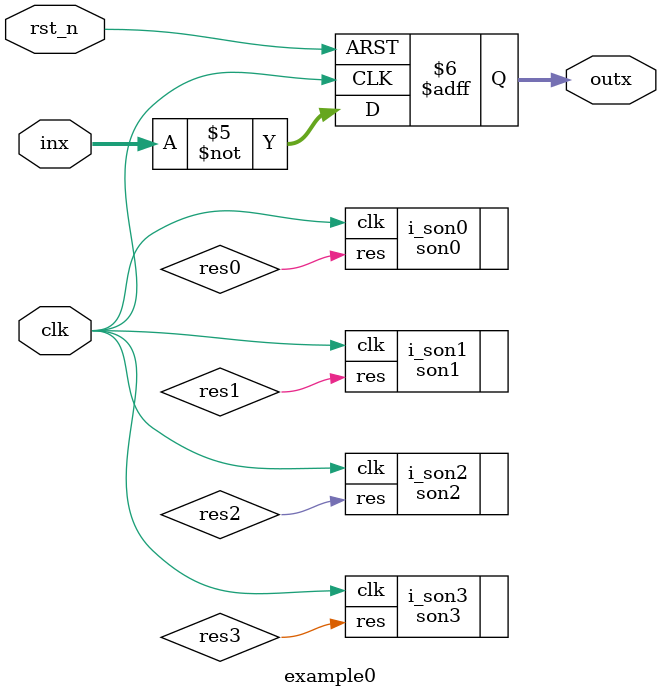
<source format=v>

module example0 (
    input clk, input rst_n
    ,input [7:0] inx
    ,output reg [7:0] outx
);

wire [7:0] mid0 = inx + 1;
wire [7:0] mid1 = inx - outx;

wire [15:0] ram [0:100];

always @(posedge clk or negedge rst_n) begin
    if (!rst_n) begin
        outx <= 0;
    end else begin
        outx <= ~inx;
    end
end

son0 i_son0 (.clk(clk),.res(res0));
son1 i_son1 (.clk(clk),.res(res1));
son2 i_son2 (.clk(clk),.res(res2));
son3 i_son3 (.clk(clk),.res(res3));


endmodule


</source>
